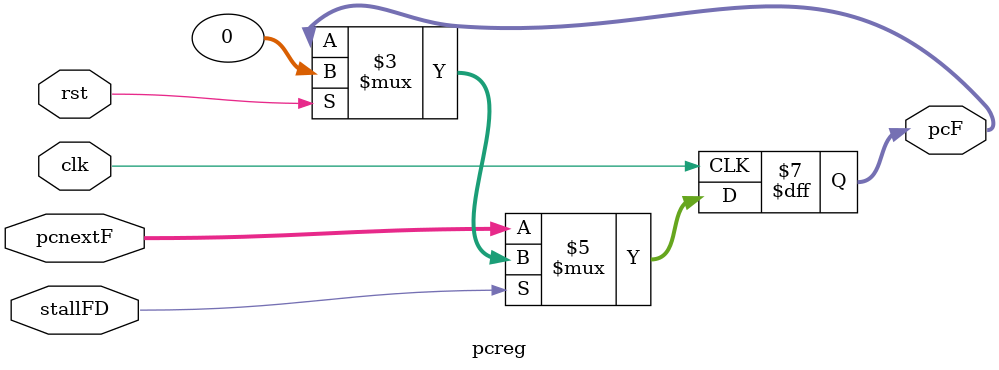
<source format=sv>
module pcreg #(parameter W = 32)(
    input logic clk,
    input logic rst,

    input logic stallFD,
    input logic [W-1: 0] pcnextF,
    
    output logic [W-1: 0] pcF
);

always_ff@(posedge clk) begin

    if (rst) begin
        pcF <= 0;
    end
    
    if (!stallFD) begin
        pcF <= pcnextF;
    end
 end

endmodule

</source>
